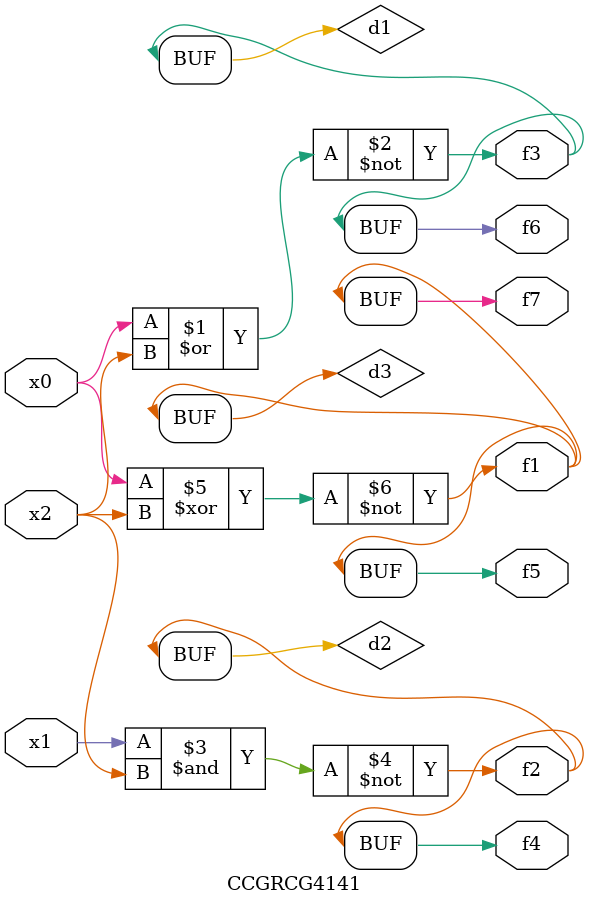
<source format=v>
module CCGRCG4141(
	input x0, x1, x2,
	output f1, f2, f3, f4, f5, f6, f7
);

	wire d1, d2, d3;

	nor (d1, x0, x2);
	nand (d2, x1, x2);
	xnor (d3, x0, x2);
	assign f1 = d3;
	assign f2 = d2;
	assign f3 = d1;
	assign f4 = d2;
	assign f5 = d3;
	assign f6 = d1;
	assign f7 = d3;
endmodule

</source>
